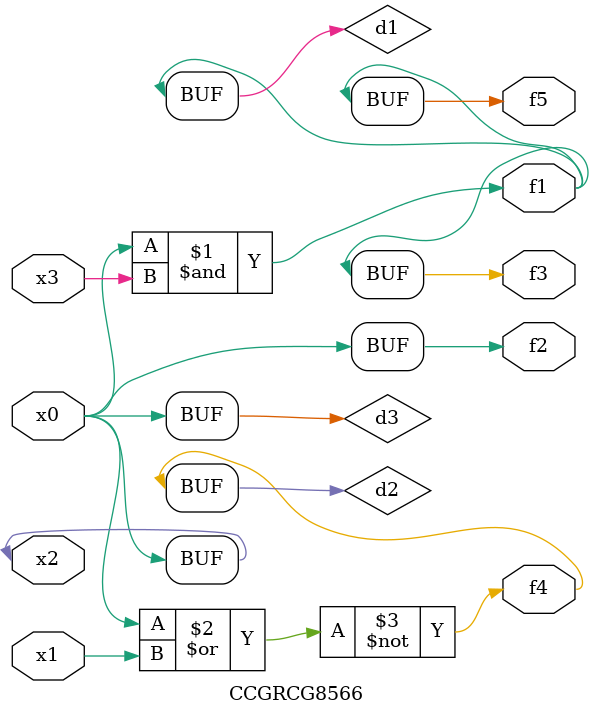
<source format=v>
module CCGRCG8566(
	input x0, x1, x2, x3,
	output f1, f2, f3, f4, f5
);

	wire d1, d2, d3;

	and (d1, x2, x3);
	nor (d2, x0, x1);
	buf (d3, x0, x2);
	assign f1 = d1;
	assign f2 = d3;
	assign f3 = d1;
	assign f4 = d2;
	assign f5 = d1;
endmodule

</source>
